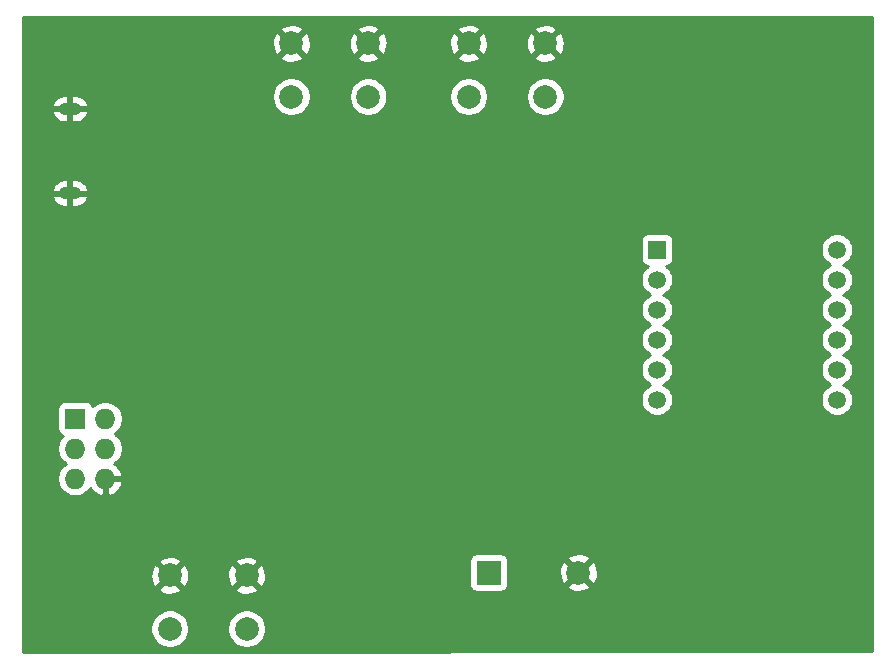
<source format=gbr>
G04 #@! TF.GenerationSoftware,KiCad,Pcbnew,(5.1.5)-3*
G04 #@! TF.CreationDate,2020-08-03T22:27:43-04:00*
G04 #@! TF.ProjectId,Kitchen Timer,4b697463-6865-46e2-9054-696d65722e6b,rev?*
G04 #@! TF.SameCoordinates,Original*
G04 #@! TF.FileFunction,Copper,L2,Bot*
G04 #@! TF.FilePolarity,Positive*
%FSLAX46Y46*%
G04 Gerber Fmt 4.6, Leading zero omitted, Abs format (unit mm)*
G04 Created by KiCad (PCBNEW (5.1.5)-3) date 2020-08-03 22:27:43*
%MOMM*%
%LPD*%
G04 APERTURE LIST*
%ADD10C,2.000000*%
%ADD11R,2.000000X2.000000*%
%ADD12O,1.900000X1.050000*%
%ADD13R,1.727200X1.727200*%
%ADD14O,1.727200X1.727200*%
%ADD15R,1.500000X1.500000*%
%ADD16C,1.500000*%
%ADD17C,0.800000*%
%ADD18C,0.254000*%
G04 APERTURE END LIST*
D10*
X132500000Y-105750000D03*
D11*
X124900000Y-105750000D03*
D12*
X89450000Y-66475000D03*
X89450000Y-73625000D03*
D13*
X89890000Y-92720000D03*
D14*
X92430000Y-92720000D03*
X89890000Y-95260000D03*
X92430000Y-95260000D03*
X89890000Y-97800000D03*
X92430000Y-97800000D03*
D10*
X97900000Y-110500000D03*
X97900000Y-106000000D03*
X104400000Y-110500000D03*
X104400000Y-106000000D03*
X123200000Y-65450000D03*
X123200000Y-60950000D03*
X129700000Y-65450000D03*
X129700000Y-60950000D03*
X114700000Y-60950000D03*
X114700000Y-65450000D03*
X108200000Y-60950000D03*
X108200000Y-65450000D03*
D15*
X139150000Y-78400000D03*
D16*
X139150000Y-80940000D03*
X139150000Y-83480000D03*
X139150000Y-86020000D03*
X139150000Y-88560000D03*
X139150000Y-91100000D03*
X154390000Y-91100000D03*
X154390000Y-88560000D03*
X154390000Y-86020000D03*
X154390000Y-83480000D03*
X154390000Y-80940000D03*
X154390000Y-78400000D03*
D17*
X110700000Y-87650000D03*
X116600000Y-87350000D03*
X108050000Y-82550000D03*
X109100000Y-79050000D03*
X116700000Y-79400000D03*
X114850000Y-79100000D03*
D18*
G36*
X157340000Y-112390452D02*
G01*
X85460000Y-112439550D01*
X85460000Y-110338967D01*
X96265000Y-110338967D01*
X96265000Y-110661033D01*
X96327832Y-110976912D01*
X96451082Y-111274463D01*
X96630013Y-111542252D01*
X96857748Y-111769987D01*
X97125537Y-111948918D01*
X97423088Y-112072168D01*
X97738967Y-112135000D01*
X98061033Y-112135000D01*
X98376912Y-112072168D01*
X98674463Y-111948918D01*
X98942252Y-111769987D01*
X99169987Y-111542252D01*
X99348918Y-111274463D01*
X99472168Y-110976912D01*
X99535000Y-110661033D01*
X99535000Y-110338967D01*
X102765000Y-110338967D01*
X102765000Y-110661033D01*
X102827832Y-110976912D01*
X102951082Y-111274463D01*
X103130013Y-111542252D01*
X103357748Y-111769987D01*
X103625537Y-111948918D01*
X103923088Y-112072168D01*
X104238967Y-112135000D01*
X104561033Y-112135000D01*
X104876912Y-112072168D01*
X105174463Y-111948918D01*
X105442252Y-111769987D01*
X105669987Y-111542252D01*
X105848918Y-111274463D01*
X105972168Y-110976912D01*
X106035000Y-110661033D01*
X106035000Y-110338967D01*
X105972168Y-110023088D01*
X105848918Y-109725537D01*
X105669987Y-109457748D01*
X105442252Y-109230013D01*
X105174463Y-109051082D01*
X104876912Y-108927832D01*
X104561033Y-108865000D01*
X104238967Y-108865000D01*
X103923088Y-108927832D01*
X103625537Y-109051082D01*
X103357748Y-109230013D01*
X103130013Y-109457748D01*
X102951082Y-109725537D01*
X102827832Y-110023088D01*
X102765000Y-110338967D01*
X99535000Y-110338967D01*
X99472168Y-110023088D01*
X99348918Y-109725537D01*
X99169987Y-109457748D01*
X98942252Y-109230013D01*
X98674463Y-109051082D01*
X98376912Y-108927832D01*
X98061033Y-108865000D01*
X97738967Y-108865000D01*
X97423088Y-108927832D01*
X97125537Y-109051082D01*
X96857748Y-109230013D01*
X96630013Y-109457748D01*
X96451082Y-109725537D01*
X96327832Y-110023088D01*
X96265000Y-110338967D01*
X85460000Y-110338967D01*
X85460000Y-107135413D01*
X96944192Y-107135413D01*
X97039956Y-107399814D01*
X97329571Y-107540704D01*
X97641108Y-107622384D01*
X97962595Y-107641718D01*
X98281675Y-107597961D01*
X98586088Y-107492795D01*
X98760044Y-107399814D01*
X98855808Y-107135413D01*
X103444192Y-107135413D01*
X103539956Y-107399814D01*
X103829571Y-107540704D01*
X104141108Y-107622384D01*
X104462595Y-107641718D01*
X104781675Y-107597961D01*
X105086088Y-107492795D01*
X105260044Y-107399814D01*
X105355808Y-107135413D01*
X104400000Y-106179605D01*
X103444192Y-107135413D01*
X98855808Y-107135413D01*
X97900000Y-106179605D01*
X96944192Y-107135413D01*
X85460000Y-107135413D01*
X85460000Y-106062595D01*
X96258282Y-106062595D01*
X96302039Y-106381675D01*
X96407205Y-106686088D01*
X96500186Y-106860044D01*
X96764587Y-106955808D01*
X97720395Y-106000000D01*
X98079605Y-106000000D01*
X99035413Y-106955808D01*
X99299814Y-106860044D01*
X99440704Y-106570429D01*
X99522384Y-106258892D01*
X99534189Y-106062595D01*
X102758282Y-106062595D01*
X102802039Y-106381675D01*
X102907205Y-106686088D01*
X103000186Y-106860044D01*
X103264587Y-106955808D01*
X104220395Y-106000000D01*
X104579605Y-106000000D01*
X105535413Y-106955808D01*
X105799814Y-106860044D01*
X105940704Y-106570429D01*
X106022384Y-106258892D01*
X106041718Y-105937405D01*
X105997961Y-105618325D01*
X105892795Y-105313912D01*
X105799814Y-105139956D01*
X105535413Y-105044192D01*
X104579605Y-106000000D01*
X104220395Y-106000000D01*
X103264587Y-105044192D01*
X103000186Y-105139956D01*
X102859296Y-105429571D01*
X102777616Y-105741108D01*
X102758282Y-106062595D01*
X99534189Y-106062595D01*
X99541718Y-105937405D01*
X99497961Y-105618325D01*
X99392795Y-105313912D01*
X99299814Y-105139956D01*
X99035413Y-105044192D01*
X98079605Y-106000000D01*
X97720395Y-106000000D01*
X96764587Y-105044192D01*
X96500186Y-105139956D01*
X96359296Y-105429571D01*
X96277616Y-105741108D01*
X96258282Y-106062595D01*
X85460000Y-106062595D01*
X85460000Y-104864587D01*
X96944192Y-104864587D01*
X97900000Y-105820395D01*
X98855808Y-104864587D01*
X103444192Y-104864587D01*
X104400000Y-105820395D01*
X105355808Y-104864587D01*
X105314306Y-104750000D01*
X123261928Y-104750000D01*
X123261928Y-106750000D01*
X123274188Y-106874482D01*
X123310498Y-106994180D01*
X123369463Y-107104494D01*
X123448815Y-107201185D01*
X123545506Y-107280537D01*
X123655820Y-107339502D01*
X123775518Y-107375812D01*
X123900000Y-107388072D01*
X125900000Y-107388072D01*
X126024482Y-107375812D01*
X126144180Y-107339502D01*
X126254494Y-107280537D01*
X126351185Y-107201185D01*
X126430537Y-107104494D01*
X126489502Y-106994180D01*
X126522496Y-106885413D01*
X131544192Y-106885413D01*
X131639956Y-107149814D01*
X131929571Y-107290704D01*
X132241108Y-107372384D01*
X132562595Y-107391718D01*
X132881675Y-107347961D01*
X133186088Y-107242795D01*
X133360044Y-107149814D01*
X133455808Y-106885413D01*
X132500000Y-105929605D01*
X131544192Y-106885413D01*
X126522496Y-106885413D01*
X126525812Y-106874482D01*
X126538072Y-106750000D01*
X126538072Y-105812595D01*
X130858282Y-105812595D01*
X130902039Y-106131675D01*
X131007205Y-106436088D01*
X131100186Y-106610044D01*
X131364587Y-106705808D01*
X132320395Y-105750000D01*
X132679605Y-105750000D01*
X133635413Y-106705808D01*
X133899814Y-106610044D01*
X134040704Y-106320429D01*
X134122384Y-106008892D01*
X134141718Y-105687405D01*
X134097961Y-105368325D01*
X133992795Y-105063912D01*
X133899814Y-104889956D01*
X133635413Y-104794192D01*
X132679605Y-105750000D01*
X132320395Y-105750000D01*
X131364587Y-104794192D01*
X131100186Y-104889956D01*
X130959296Y-105179571D01*
X130877616Y-105491108D01*
X130858282Y-105812595D01*
X126538072Y-105812595D01*
X126538072Y-104750000D01*
X126525812Y-104625518D01*
X126522497Y-104614587D01*
X131544192Y-104614587D01*
X132500000Y-105570395D01*
X133455808Y-104614587D01*
X133360044Y-104350186D01*
X133070429Y-104209296D01*
X132758892Y-104127616D01*
X132437405Y-104108282D01*
X132118325Y-104152039D01*
X131813912Y-104257205D01*
X131639956Y-104350186D01*
X131544192Y-104614587D01*
X126522497Y-104614587D01*
X126489502Y-104505820D01*
X126430537Y-104395506D01*
X126351185Y-104298815D01*
X126254494Y-104219463D01*
X126144180Y-104160498D01*
X126024482Y-104124188D01*
X125900000Y-104111928D01*
X123900000Y-104111928D01*
X123775518Y-104124188D01*
X123655820Y-104160498D01*
X123545506Y-104219463D01*
X123448815Y-104298815D01*
X123369463Y-104395506D01*
X123310498Y-104505820D01*
X123274188Y-104625518D01*
X123261928Y-104750000D01*
X105314306Y-104750000D01*
X105260044Y-104600186D01*
X104970429Y-104459296D01*
X104658892Y-104377616D01*
X104337405Y-104358282D01*
X104018325Y-104402039D01*
X103713912Y-104507205D01*
X103539956Y-104600186D01*
X103444192Y-104864587D01*
X98855808Y-104864587D01*
X98760044Y-104600186D01*
X98470429Y-104459296D01*
X98158892Y-104377616D01*
X97837405Y-104358282D01*
X97518325Y-104402039D01*
X97213912Y-104507205D01*
X97039956Y-104600186D01*
X96944192Y-104864587D01*
X85460000Y-104864587D01*
X85460000Y-91856400D01*
X88388328Y-91856400D01*
X88388328Y-93583600D01*
X88400588Y-93708082D01*
X88436898Y-93827780D01*
X88495863Y-93938094D01*
X88575215Y-94034785D01*
X88671906Y-94114137D01*
X88782220Y-94173102D01*
X88840023Y-94190636D01*
X88725961Y-94304698D01*
X88561958Y-94550147D01*
X88448990Y-94822875D01*
X88391400Y-95112401D01*
X88391400Y-95407599D01*
X88448990Y-95697125D01*
X88561958Y-95969853D01*
X88725961Y-96215302D01*
X88934698Y-96424039D01*
X89093281Y-96530000D01*
X88934698Y-96635961D01*
X88725961Y-96844698D01*
X88561958Y-97090147D01*
X88448990Y-97362875D01*
X88391400Y-97652401D01*
X88391400Y-97947599D01*
X88448990Y-98237125D01*
X88561958Y-98509853D01*
X88725961Y-98755302D01*
X88934698Y-98964039D01*
X89180147Y-99128042D01*
X89452875Y-99241010D01*
X89742401Y-99298600D01*
X90037599Y-99298600D01*
X90327125Y-99241010D01*
X90599853Y-99128042D01*
X90845302Y-98964039D01*
X91054039Y-98755302D01*
X91161692Y-98594187D01*
X91323146Y-98810293D01*
X91541512Y-99006817D01*
X91794022Y-99156964D01*
X92070973Y-99254963D01*
X92303000Y-99134464D01*
X92303000Y-97927000D01*
X92557000Y-97927000D01*
X92557000Y-99134464D01*
X92789027Y-99254963D01*
X93065978Y-99156964D01*
X93318488Y-99006817D01*
X93536854Y-98810293D01*
X93712684Y-98574944D01*
X93839222Y-98309814D01*
X93884958Y-98159026D01*
X93763817Y-97927000D01*
X92557000Y-97927000D01*
X92303000Y-97927000D01*
X92283000Y-97927000D01*
X92283000Y-97673000D01*
X92303000Y-97673000D01*
X92303000Y-97653000D01*
X92557000Y-97653000D01*
X92557000Y-97673000D01*
X93763817Y-97673000D01*
X93884958Y-97440974D01*
X93839222Y-97290186D01*
X93712684Y-97025056D01*
X93536854Y-96789707D01*
X93318488Y-96593183D01*
X93219897Y-96534559D01*
X93385302Y-96424039D01*
X93594039Y-96215302D01*
X93758042Y-95969853D01*
X93871010Y-95697125D01*
X93928600Y-95407599D01*
X93928600Y-95112401D01*
X93871010Y-94822875D01*
X93758042Y-94550147D01*
X93594039Y-94304698D01*
X93385302Y-94095961D01*
X93226719Y-93990000D01*
X93385302Y-93884039D01*
X93594039Y-93675302D01*
X93758042Y-93429853D01*
X93871010Y-93157125D01*
X93928600Y-92867599D01*
X93928600Y-92572401D01*
X93871010Y-92282875D01*
X93758042Y-92010147D01*
X93594039Y-91764698D01*
X93385302Y-91555961D01*
X93139853Y-91391958D01*
X92867125Y-91278990D01*
X92577599Y-91221400D01*
X92282401Y-91221400D01*
X91992875Y-91278990D01*
X91720147Y-91391958D01*
X91474698Y-91555961D01*
X91360636Y-91670023D01*
X91343102Y-91612220D01*
X91284137Y-91501906D01*
X91204785Y-91405215D01*
X91108094Y-91325863D01*
X90997780Y-91266898D01*
X90878082Y-91230588D01*
X90753600Y-91218328D01*
X89026400Y-91218328D01*
X88901918Y-91230588D01*
X88782220Y-91266898D01*
X88671906Y-91325863D01*
X88575215Y-91405215D01*
X88495863Y-91501906D01*
X88436898Y-91612220D01*
X88400588Y-91731918D01*
X88388328Y-91856400D01*
X85460000Y-91856400D01*
X85460000Y-77650000D01*
X137761928Y-77650000D01*
X137761928Y-79150000D01*
X137774188Y-79274482D01*
X137810498Y-79394180D01*
X137869463Y-79504494D01*
X137948815Y-79601185D01*
X138045506Y-79680537D01*
X138155820Y-79739502D01*
X138275518Y-79775812D01*
X138383483Y-79786445D01*
X138267114Y-79864201D01*
X138074201Y-80057114D01*
X137922629Y-80283957D01*
X137818225Y-80536011D01*
X137765000Y-80803589D01*
X137765000Y-81076411D01*
X137818225Y-81343989D01*
X137922629Y-81596043D01*
X138074201Y-81822886D01*
X138267114Y-82015799D01*
X138493957Y-82167371D01*
X138596873Y-82210000D01*
X138493957Y-82252629D01*
X138267114Y-82404201D01*
X138074201Y-82597114D01*
X137922629Y-82823957D01*
X137818225Y-83076011D01*
X137765000Y-83343589D01*
X137765000Y-83616411D01*
X137818225Y-83883989D01*
X137922629Y-84136043D01*
X138074201Y-84362886D01*
X138267114Y-84555799D01*
X138493957Y-84707371D01*
X138596873Y-84750000D01*
X138493957Y-84792629D01*
X138267114Y-84944201D01*
X138074201Y-85137114D01*
X137922629Y-85363957D01*
X137818225Y-85616011D01*
X137765000Y-85883589D01*
X137765000Y-86156411D01*
X137818225Y-86423989D01*
X137922629Y-86676043D01*
X138074201Y-86902886D01*
X138267114Y-87095799D01*
X138493957Y-87247371D01*
X138596873Y-87290000D01*
X138493957Y-87332629D01*
X138267114Y-87484201D01*
X138074201Y-87677114D01*
X137922629Y-87903957D01*
X137818225Y-88156011D01*
X137765000Y-88423589D01*
X137765000Y-88696411D01*
X137818225Y-88963989D01*
X137922629Y-89216043D01*
X138074201Y-89442886D01*
X138267114Y-89635799D01*
X138493957Y-89787371D01*
X138596873Y-89830000D01*
X138493957Y-89872629D01*
X138267114Y-90024201D01*
X138074201Y-90217114D01*
X137922629Y-90443957D01*
X137818225Y-90696011D01*
X137765000Y-90963589D01*
X137765000Y-91236411D01*
X137818225Y-91503989D01*
X137922629Y-91756043D01*
X138074201Y-91982886D01*
X138267114Y-92175799D01*
X138493957Y-92327371D01*
X138746011Y-92431775D01*
X139013589Y-92485000D01*
X139286411Y-92485000D01*
X139553989Y-92431775D01*
X139806043Y-92327371D01*
X140032886Y-92175799D01*
X140225799Y-91982886D01*
X140377371Y-91756043D01*
X140481775Y-91503989D01*
X140535000Y-91236411D01*
X140535000Y-90963589D01*
X140481775Y-90696011D01*
X140377371Y-90443957D01*
X140225799Y-90217114D01*
X140032886Y-90024201D01*
X139806043Y-89872629D01*
X139703127Y-89830000D01*
X139806043Y-89787371D01*
X140032886Y-89635799D01*
X140225799Y-89442886D01*
X140377371Y-89216043D01*
X140481775Y-88963989D01*
X140535000Y-88696411D01*
X140535000Y-88423589D01*
X140481775Y-88156011D01*
X140377371Y-87903957D01*
X140225799Y-87677114D01*
X140032886Y-87484201D01*
X139806043Y-87332629D01*
X139703127Y-87290000D01*
X139806043Y-87247371D01*
X140032886Y-87095799D01*
X140225799Y-86902886D01*
X140377371Y-86676043D01*
X140481775Y-86423989D01*
X140535000Y-86156411D01*
X140535000Y-85883589D01*
X140481775Y-85616011D01*
X140377371Y-85363957D01*
X140225799Y-85137114D01*
X140032886Y-84944201D01*
X139806043Y-84792629D01*
X139703127Y-84750000D01*
X139806043Y-84707371D01*
X140032886Y-84555799D01*
X140225799Y-84362886D01*
X140377371Y-84136043D01*
X140481775Y-83883989D01*
X140535000Y-83616411D01*
X140535000Y-83343589D01*
X140481775Y-83076011D01*
X140377371Y-82823957D01*
X140225799Y-82597114D01*
X140032886Y-82404201D01*
X139806043Y-82252629D01*
X139703127Y-82210000D01*
X139806043Y-82167371D01*
X140032886Y-82015799D01*
X140225799Y-81822886D01*
X140377371Y-81596043D01*
X140481775Y-81343989D01*
X140535000Y-81076411D01*
X140535000Y-80803589D01*
X140481775Y-80536011D01*
X140377371Y-80283957D01*
X140225799Y-80057114D01*
X140032886Y-79864201D01*
X139916517Y-79786445D01*
X140024482Y-79775812D01*
X140144180Y-79739502D01*
X140254494Y-79680537D01*
X140351185Y-79601185D01*
X140430537Y-79504494D01*
X140489502Y-79394180D01*
X140525812Y-79274482D01*
X140538072Y-79150000D01*
X140538072Y-78263589D01*
X153005000Y-78263589D01*
X153005000Y-78536411D01*
X153058225Y-78803989D01*
X153162629Y-79056043D01*
X153314201Y-79282886D01*
X153507114Y-79475799D01*
X153733957Y-79627371D01*
X153836873Y-79670000D01*
X153733957Y-79712629D01*
X153507114Y-79864201D01*
X153314201Y-80057114D01*
X153162629Y-80283957D01*
X153058225Y-80536011D01*
X153005000Y-80803589D01*
X153005000Y-81076411D01*
X153058225Y-81343989D01*
X153162629Y-81596043D01*
X153314201Y-81822886D01*
X153507114Y-82015799D01*
X153733957Y-82167371D01*
X153836873Y-82210000D01*
X153733957Y-82252629D01*
X153507114Y-82404201D01*
X153314201Y-82597114D01*
X153162629Y-82823957D01*
X153058225Y-83076011D01*
X153005000Y-83343589D01*
X153005000Y-83616411D01*
X153058225Y-83883989D01*
X153162629Y-84136043D01*
X153314201Y-84362886D01*
X153507114Y-84555799D01*
X153733957Y-84707371D01*
X153836873Y-84750000D01*
X153733957Y-84792629D01*
X153507114Y-84944201D01*
X153314201Y-85137114D01*
X153162629Y-85363957D01*
X153058225Y-85616011D01*
X153005000Y-85883589D01*
X153005000Y-86156411D01*
X153058225Y-86423989D01*
X153162629Y-86676043D01*
X153314201Y-86902886D01*
X153507114Y-87095799D01*
X153733957Y-87247371D01*
X153836873Y-87290000D01*
X153733957Y-87332629D01*
X153507114Y-87484201D01*
X153314201Y-87677114D01*
X153162629Y-87903957D01*
X153058225Y-88156011D01*
X153005000Y-88423589D01*
X153005000Y-88696411D01*
X153058225Y-88963989D01*
X153162629Y-89216043D01*
X153314201Y-89442886D01*
X153507114Y-89635799D01*
X153733957Y-89787371D01*
X153836873Y-89830000D01*
X153733957Y-89872629D01*
X153507114Y-90024201D01*
X153314201Y-90217114D01*
X153162629Y-90443957D01*
X153058225Y-90696011D01*
X153005000Y-90963589D01*
X153005000Y-91236411D01*
X153058225Y-91503989D01*
X153162629Y-91756043D01*
X153314201Y-91982886D01*
X153507114Y-92175799D01*
X153733957Y-92327371D01*
X153986011Y-92431775D01*
X154253589Y-92485000D01*
X154526411Y-92485000D01*
X154793989Y-92431775D01*
X155046043Y-92327371D01*
X155272886Y-92175799D01*
X155465799Y-91982886D01*
X155617371Y-91756043D01*
X155721775Y-91503989D01*
X155775000Y-91236411D01*
X155775000Y-90963589D01*
X155721775Y-90696011D01*
X155617371Y-90443957D01*
X155465799Y-90217114D01*
X155272886Y-90024201D01*
X155046043Y-89872629D01*
X154943127Y-89830000D01*
X155046043Y-89787371D01*
X155272886Y-89635799D01*
X155465799Y-89442886D01*
X155617371Y-89216043D01*
X155721775Y-88963989D01*
X155775000Y-88696411D01*
X155775000Y-88423589D01*
X155721775Y-88156011D01*
X155617371Y-87903957D01*
X155465799Y-87677114D01*
X155272886Y-87484201D01*
X155046043Y-87332629D01*
X154943127Y-87290000D01*
X155046043Y-87247371D01*
X155272886Y-87095799D01*
X155465799Y-86902886D01*
X155617371Y-86676043D01*
X155721775Y-86423989D01*
X155775000Y-86156411D01*
X155775000Y-85883589D01*
X155721775Y-85616011D01*
X155617371Y-85363957D01*
X155465799Y-85137114D01*
X155272886Y-84944201D01*
X155046043Y-84792629D01*
X154943127Y-84750000D01*
X155046043Y-84707371D01*
X155272886Y-84555799D01*
X155465799Y-84362886D01*
X155617371Y-84136043D01*
X155721775Y-83883989D01*
X155775000Y-83616411D01*
X155775000Y-83343589D01*
X155721775Y-83076011D01*
X155617371Y-82823957D01*
X155465799Y-82597114D01*
X155272886Y-82404201D01*
X155046043Y-82252629D01*
X154943127Y-82210000D01*
X155046043Y-82167371D01*
X155272886Y-82015799D01*
X155465799Y-81822886D01*
X155617371Y-81596043D01*
X155721775Y-81343989D01*
X155775000Y-81076411D01*
X155775000Y-80803589D01*
X155721775Y-80536011D01*
X155617371Y-80283957D01*
X155465799Y-80057114D01*
X155272886Y-79864201D01*
X155046043Y-79712629D01*
X154943127Y-79670000D01*
X155046043Y-79627371D01*
X155272886Y-79475799D01*
X155465799Y-79282886D01*
X155617371Y-79056043D01*
X155721775Y-78803989D01*
X155775000Y-78536411D01*
X155775000Y-78263589D01*
X155721775Y-77996011D01*
X155617371Y-77743957D01*
X155465799Y-77517114D01*
X155272886Y-77324201D01*
X155046043Y-77172629D01*
X154793989Y-77068225D01*
X154526411Y-77015000D01*
X154253589Y-77015000D01*
X153986011Y-77068225D01*
X153733957Y-77172629D01*
X153507114Y-77324201D01*
X153314201Y-77517114D01*
X153162629Y-77743957D01*
X153058225Y-77996011D01*
X153005000Y-78263589D01*
X140538072Y-78263589D01*
X140538072Y-77650000D01*
X140525812Y-77525518D01*
X140489502Y-77405820D01*
X140430537Y-77295506D01*
X140351185Y-77198815D01*
X140254494Y-77119463D01*
X140144180Y-77060498D01*
X140024482Y-77024188D01*
X139900000Y-77011928D01*
X138400000Y-77011928D01*
X138275518Y-77024188D01*
X138155820Y-77060498D01*
X138045506Y-77119463D01*
X137948815Y-77198815D01*
X137869463Y-77295506D01*
X137810498Y-77405820D01*
X137774188Y-77525518D01*
X137761928Y-77650000D01*
X85460000Y-77650000D01*
X85460000Y-73930810D01*
X87906036Y-73930810D01*
X87989937Y-74163864D01*
X88114953Y-74355441D01*
X88274941Y-74518947D01*
X88463754Y-74648099D01*
X88674135Y-74737934D01*
X88898000Y-74785000D01*
X89323000Y-74785000D01*
X89323000Y-73752000D01*
X89577000Y-73752000D01*
X89577000Y-74785000D01*
X90002000Y-74785000D01*
X90225865Y-74737934D01*
X90436246Y-74648099D01*
X90625059Y-74518947D01*
X90785047Y-74355441D01*
X90910063Y-74163864D01*
X90993964Y-73930810D01*
X90868163Y-73752000D01*
X89577000Y-73752000D01*
X89323000Y-73752000D01*
X88031837Y-73752000D01*
X87906036Y-73930810D01*
X85460000Y-73930810D01*
X85460000Y-73319190D01*
X87906036Y-73319190D01*
X88031837Y-73498000D01*
X89323000Y-73498000D01*
X89323000Y-72465000D01*
X89577000Y-72465000D01*
X89577000Y-73498000D01*
X90868163Y-73498000D01*
X90993964Y-73319190D01*
X90910063Y-73086136D01*
X90785047Y-72894559D01*
X90625059Y-72731053D01*
X90436246Y-72601901D01*
X90225865Y-72512066D01*
X90002000Y-72465000D01*
X89577000Y-72465000D01*
X89323000Y-72465000D01*
X88898000Y-72465000D01*
X88674135Y-72512066D01*
X88463754Y-72601901D01*
X88274941Y-72731053D01*
X88114953Y-72894559D01*
X87989937Y-73086136D01*
X87906036Y-73319190D01*
X85460000Y-73319190D01*
X85460000Y-66780810D01*
X87906036Y-66780810D01*
X87989937Y-67013864D01*
X88114953Y-67205441D01*
X88274941Y-67368947D01*
X88463754Y-67498099D01*
X88674135Y-67587934D01*
X88898000Y-67635000D01*
X89323000Y-67635000D01*
X89323000Y-66602000D01*
X89577000Y-66602000D01*
X89577000Y-67635000D01*
X90002000Y-67635000D01*
X90225865Y-67587934D01*
X90436246Y-67498099D01*
X90625059Y-67368947D01*
X90785047Y-67205441D01*
X90910063Y-67013864D01*
X90993964Y-66780810D01*
X90868163Y-66602000D01*
X89577000Y-66602000D01*
X89323000Y-66602000D01*
X88031837Y-66602000D01*
X87906036Y-66780810D01*
X85460000Y-66780810D01*
X85460000Y-66169190D01*
X87906036Y-66169190D01*
X88031837Y-66348000D01*
X89323000Y-66348000D01*
X89323000Y-65315000D01*
X89577000Y-65315000D01*
X89577000Y-66348000D01*
X90868163Y-66348000D01*
X90993964Y-66169190D01*
X90910063Y-65936136D01*
X90785047Y-65744559D01*
X90625059Y-65581053D01*
X90436246Y-65451901D01*
X90225865Y-65362066D01*
X90002000Y-65315000D01*
X89577000Y-65315000D01*
X89323000Y-65315000D01*
X88898000Y-65315000D01*
X88674135Y-65362066D01*
X88463754Y-65451901D01*
X88274941Y-65581053D01*
X88114953Y-65744559D01*
X87989937Y-65936136D01*
X87906036Y-66169190D01*
X85460000Y-66169190D01*
X85460000Y-65288967D01*
X106565000Y-65288967D01*
X106565000Y-65611033D01*
X106627832Y-65926912D01*
X106751082Y-66224463D01*
X106930013Y-66492252D01*
X107157748Y-66719987D01*
X107425537Y-66898918D01*
X107723088Y-67022168D01*
X108038967Y-67085000D01*
X108361033Y-67085000D01*
X108676912Y-67022168D01*
X108974463Y-66898918D01*
X109242252Y-66719987D01*
X109469987Y-66492252D01*
X109648918Y-66224463D01*
X109772168Y-65926912D01*
X109835000Y-65611033D01*
X109835000Y-65288967D01*
X113065000Y-65288967D01*
X113065000Y-65611033D01*
X113127832Y-65926912D01*
X113251082Y-66224463D01*
X113430013Y-66492252D01*
X113657748Y-66719987D01*
X113925537Y-66898918D01*
X114223088Y-67022168D01*
X114538967Y-67085000D01*
X114861033Y-67085000D01*
X115176912Y-67022168D01*
X115474463Y-66898918D01*
X115742252Y-66719987D01*
X115969987Y-66492252D01*
X116148918Y-66224463D01*
X116272168Y-65926912D01*
X116335000Y-65611033D01*
X116335000Y-65288967D01*
X121565000Y-65288967D01*
X121565000Y-65611033D01*
X121627832Y-65926912D01*
X121751082Y-66224463D01*
X121930013Y-66492252D01*
X122157748Y-66719987D01*
X122425537Y-66898918D01*
X122723088Y-67022168D01*
X123038967Y-67085000D01*
X123361033Y-67085000D01*
X123676912Y-67022168D01*
X123974463Y-66898918D01*
X124242252Y-66719987D01*
X124469987Y-66492252D01*
X124648918Y-66224463D01*
X124772168Y-65926912D01*
X124835000Y-65611033D01*
X124835000Y-65288967D01*
X128065000Y-65288967D01*
X128065000Y-65611033D01*
X128127832Y-65926912D01*
X128251082Y-66224463D01*
X128430013Y-66492252D01*
X128657748Y-66719987D01*
X128925537Y-66898918D01*
X129223088Y-67022168D01*
X129538967Y-67085000D01*
X129861033Y-67085000D01*
X130176912Y-67022168D01*
X130474463Y-66898918D01*
X130742252Y-66719987D01*
X130969987Y-66492252D01*
X131148918Y-66224463D01*
X131272168Y-65926912D01*
X131335000Y-65611033D01*
X131335000Y-65288967D01*
X131272168Y-64973088D01*
X131148918Y-64675537D01*
X130969987Y-64407748D01*
X130742252Y-64180013D01*
X130474463Y-64001082D01*
X130176912Y-63877832D01*
X129861033Y-63815000D01*
X129538967Y-63815000D01*
X129223088Y-63877832D01*
X128925537Y-64001082D01*
X128657748Y-64180013D01*
X128430013Y-64407748D01*
X128251082Y-64675537D01*
X128127832Y-64973088D01*
X128065000Y-65288967D01*
X124835000Y-65288967D01*
X124772168Y-64973088D01*
X124648918Y-64675537D01*
X124469987Y-64407748D01*
X124242252Y-64180013D01*
X123974463Y-64001082D01*
X123676912Y-63877832D01*
X123361033Y-63815000D01*
X123038967Y-63815000D01*
X122723088Y-63877832D01*
X122425537Y-64001082D01*
X122157748Y-64180013D01*
X121930013Y-64407748D01*
X121751082Y-64675537D01*
X121627832Y-64973088D01*
X121565000Y-65288967D01*
X116335000Y-65288967D01*
X116272168Y-64973088D01*
X116148918Y-64675537D01*
X115969987Y-64407748D01*
X115742252Y-64180013D01*
X115474463Y-64001082D01*
X115176912Y-63877832D01*
X114861033Y-63815000D01*
X114538967Y-63815000D01*
X114223088Y-63877832D01*
X113925537Y-64001082D01*
X113657748Y-64180013D01*
X113430013Y-64407748D01*
X113251082Y-64675537D01*
X113127832Y-64973088D01*
X113065000Y-65288967D01*
X109835000Y-65288967D01*
X109772168Y-64973088D01*
X109648918Y-64675537D01*
X109469987Y-64407748D01*
X109242252Y-64180013D01*
X108974463Y-64001082D01*
X108676912Y-63877832D01*
X108361033Y-63815000D01*
X108038967Y-63815000D01*
X107723088Y-63877832D01*
X107425537Y-64001082D01*
X107157748Y-64180013D01*
X106930013Y-64407748D01*
X106751082Y-64675537D01*
X106627832Y-64973088D01*
X106565000Y-65288967D01*
X85460000Y-65288967D01*
X85460000Y-62085413D01*
X107244192Y-62085413D01*
X107339956Y-62349814D01*
X107629571Y-62490704D01*
X107941108Y-62572384D01*
X108262595Y-62591718D01*
X108581675Y-62547961D01*
X108886088Y-62442795D01*
X109060044Y-62349814D01*
X109155808Y-62085413D01*
X113744192Y-62085413D01*
X113839956Y-62349814D01*
X114129571Y-62490704D01*
X114441108Y-62572384D01*
X114762595Y-62591718D01*
X115081675Y-62547961D01*
X115386088Y-62442795D01*
X115560044Y-62349814D01*
X115655808Y-62085413D01*
X122244192Y-62085413D01*
X122339956Y-62349814D01*
X122629571Y-62490704D01*
X122941108Y-62572384D01*
X123262595Y-62591718D01*
X123581675Y-62547961D01*
X123886088Y-62442795D01*
X124060044Y-62349814D01*
X124155808Y-62085413D01*
X128744192Y-62085413D01*
X128839956Y-62349814D01*
X129129571Y-62490704D01*
X129441108Y-62572384D01*
X129762595Y-62591718D01*
X130081675Y-62547961D01*
X130386088Y-62442795D01*
X130560044Y-62349814D01*
X130655808Y-62085413D01*
X129700000Y-61129605D01*
X128744192Y-62085413D01*
X124155808Y-62085413D01*
X123200000Y-61129605D01*
X122244192Y-62085413D01*
X115655808Y-62085413D01*
X114700000Y-61129605D01*
X113744192Y-62085413D01*
X109155808Y-62085413D01*
X108200000Y-61129605D01*
X107244192Y-62085413D01*
X85460000Y-62085413D01*
X85460000Y-61012595D01*
X106558282Y-61012595D01*
X106602039Y-61331675D01*
X106707205Y-61636088D01*
X106800186Y-61810044D01*
X107064587Y-61905808D01*
X108020395Y-60950000D01*
X108379605Y-60950000D01*
X109335413Y-61905808D01*
X109599814Y-61810044D01*
X109740704Y-61520429D01*
X109822384Y-61208892D01*
X109834189Y-61012595D01*
X113058282Y-61012595D01*
X113102039Y-61331675D01*
X113207205Y-61636088D01*
X113300186Y-61810044D01*
X113564587Y-61905808D01*
X114520395Y-60950000D01*
X114879605Y-60950000D01*
X115835413Y-61905808D01*
X116099814Y-61810044D01*
X116240704Y-61520429D01*
X116322384Y-61208892D01*
X116334189Y-61012595D01*
X121558282Y-61012595D01*
X121602039Y-61331675D01*
X121707205Y-61636088D01*
X121800186Y-61810044D01*
X122064587Y-61905808D01*
X123020395Y-60950000D01*
X123379605Y-60950000D01*
X124335413Y-61905808D01*
X124599814Y-61810044D01*
X124740704Y-61520429D01*
X124822384Y-61208892D01*
X124834189Y-61012595D01*
X128058282Y-61012595D01*
X128102039Y-61331675D01*
X128207205Y-61636088D01*
X128300186Y-61810044D01*
X128564587Y-61905808D01*
X129520395Y-60950000D01*
X129879605Y-60950000D01*
X130835413Y-61905808D01*
X131099814Y-61810044D01*
X131240704Y-61520429D01*
X131322384Y-61208892D01*
X131341718Y-60887405D01*
X131297961Y-60568325D01*
X131192795Y-60263912D01*
X131099814Y-60089956D01*
X130835413Y-59994192D01*
X129879605Y-60950000D01*
X129520395Y-60950000D01*
X128564587Y-59994192D01*
X128300186Y-60089956D01*
X128159296Y-60379571D01*
X128077616Y-60691108D01*
X128058282Y-61012595D01*
X124834189Y-61012595D01*
X124841718Y-60887405D01*
X124797961Y-60568325D01*
X124692795Y-60263912D01*
X124599814Y-60089956D01*
X124335413Y-59994192D01*
X123379605Y-60950000D01*
X123020395Y-60950000D01*
X122064587Y-59994192D01*
X121800186Y-60089956D01*
X121659296Y-60379571D01*
X121577616Y-60691108D01*
X121558282Y-61012595D01*
X116334189Y-61012595D01*
X116341718Y-60887405D01*
X116297961Y-60568325D01*
X116192795Y-60263912D01*
X116099814Y-60089956D01*
X115835413Y-59994192D01*
X114879605Y-60950000D01*
X114520395Y-60950000D01*
X113564587Y-59994192D01*
X113300186Y-60089956D01*
X113159296Y-60379571D01*
X113077616Y-60691108D01*
X113058282Y-61012595D01*
X109834189Y-61012595D01*
X109841718Y-60887405D01*
X109797961Y-60568325D01*
X109692795Y-60263912D01*
X109599814Y-60089956D01*
X109335413Y-59994192D01*
X108379605Y-60950000D01*
X108020395Y-60950000D01*
X107064587Y-59994192D01*
X106800186Y-60089956D01*
X106659296Y-60379571D01*
X106577616Y-60691108D01*
X106558282Y-61012595D01*
X85460000Y-61012595D01*
X85460000Y-59814587D01*
X107244192Y-59814587D01*
X108200000Y-60770395D01*
X109155808Y-59814587D01*
X113744192Y-59814587D01*
X114700000Y-60770395D01*
X115655808Y-59814587D01*
X122244192Y-59814587D01*
X123200000Y-60770395D01*
X124155808Y-59814587D01*
X128744192Y-59814587D01*
X129700000Y-60770395D01*
X130655808Y-59814587D01*
X130560044Y-59550186D01*
X130270429Y-59409296D01*
X129958892Y-59327616D01*
X129637405Y-59308282D01*
X129318325Y-59352039D01*
X129013912Y-59457205D01*
X128839956Y-59550186D01*
X128744192Y-59814587D01*
X124155808Y-59814587D01*
X124060044Y-59550186D01*
X123770429Y-59409296D01*
X123458892Y-59327616D01*
X123137405Y-59308282D01*
X122818325Y-59352039D01*
X122513912Y-59457205D01*
X122339956Y-59550186D01*
X122244192Y-59814587D01*
X115655808Y-59814587D01*
X115560044Y-59550186D01*
X115270429Y-59409296D01*
X114958892Y-59327616D01*
X114637405Y-59308282D01*
X114318325Y-59352039D01*
X114013912Y-59457205D01*
X113839956Y-59550186D01*
X113744192Y-59814587D01*
X109155808Y-59814587D01*
X109060044Y-59550186D01*
X108770429Y-59409296D01*
X108458892Y-59327616D01*
X108137405Y-59308282D01*
X107818325Y-59352039D01*
X107513912Y-59457205D01*
X107339956Y-59550186D01*
X107244192Y-59814587D01*
X85460000Y-59814587D01*
X85460000Y-58710000D01*
X157340001Y-58710000D01*
X157340000Y-112390452D01*
G37*
X157340000Y-112390452D02*
X85460000Y-112439550D01*
X85460000Y-110338967D01*
X96265000Y-110338967D01*
X96265000Y-110661033D01*
X96327832Y-110976912D01*
X96451082Y-111274463D01*
X96630013Y-111542252D01*
X96857748Y-111769987D01*
X97125537Y-111948918D01*
X97423088Y-112072168D01*
X97738967Y-112135000D01*
X98061033Y-112135000D01*
X98376912Y-112072168D01*
X98674463Y-111948918D01*
X98942252Y-111769987D01*
X99169987Y-111542252D01*
X99348918Y-111274463D01*
X99472168Y-110976912D01*
X99535000Y-110661033D01*
X99535000Y-110338967D01*
X102765000Y-110338967D01*
X102765000Y-110661033D01*
X102827832Y-110976912D01*
X102951082Y-111274463D01*
X103130013Y-111542252D01*
X103357748Y-111769987D01*
X103625537Y-111948918D01*
X103923088Y-112072168D01*
X104238967Y-112135000D01*
X104561033Y-112135000D01*
X104876912Y-112072168D01*
X105174463Y-111948918D01*
X105442252Y-111769987D01*
X105669987Y-111542252D01*
X105848918Y-111274463D01*
X105972168Y-110976912D01*
X106035000Y-110661033D01*
X106035000Y-110338967D01*
X105972168Y-110023088D01*
X105848918Y-109725537D01*
X105669987Y-109457748D01*
X105442252Y-109230013D01*
X105174463Y-109051082D01*
X104876912Y-108927832D01*
X104561033Y-108865000D01*
X104238967Y-108865000D01*
X103923088Y-108927832D01*
X103625537Y-109051082D01*
X103357748Y-109230013D01*
X103130013Y-109457748D01*
X102951082Y-109725537D01*
X102827832Y-110023088D01*
X102765000Y-110338967D01*
X99535000Y-110338967D01*
X99472168Y-110023088D01*
X99348918Y-109725537D01*
X99169987Y-109457748D01*
X98942252Y-109230013D01*
X98674463Y-109051082D01*
X98376912Y-108927832D01*
X98061033Y-108865000D01*
X97738967Y-108865000D01*
X97423088Y-108927832D01*
X97125537Y-109051082D01*
X96857748Y-109230013D01*
X96630013Y-109457748D01*
X96451082Y-109725537D01*
X96327832Y-110023088D01*
X96265000Y-110338967D01*
X85460000Y-110338967D01*
X85460000Y-107135413D01*
X96944192Y-107135413D01*
X97039956Y-107399814D01*
X97329571Y-107540704D01*
X97641108Y-107622384D01*
X97962595Y-107641718D01*
X98281675Y-107597961D01*
X98586088Y-107492795D01*
X98760044Y-107399814D01*
X98855808Y-107135413D01*
X103444192Y-107135413D01*
X103539956Y-107399814D01*
X103829571Y-107540704D01*
X104141108Y-107622384D01*
X104462595Y-107641718D01*
X104781675Y-107597961D01*
X105086088Y-107492795D01*
X105260044Y-107399814D01*
X105355808Y-107135413D01*
X104400000Y-106179605D01*
X103444192Y-107135413D01*
X98855808Y-107135413D01*
X97900000Y-106179605D01*
X96944192Y-107135413D01*
X85460000Y-107135413D01*
X85460000Y-106062595D01*
X96258282Y-106062595D01*
X96302039Y-106381675D01*
X96407205Y-106686088D01*
X96500186Y-106860044D01*
X96764587Y-106955808D01*
X97720395Y-106000000D01*
X98079605Y-106000000D01*
X99035413Y-106955808D01*
X99299814Y-106860044D01*
X99440704Y-106570429D01*
X99522384Y-106258892D01*
X99534189Y-106062595D01*
X102758282Y-106062595D01*
X102802039Y-106381675D01*
X102907205Y-106686088D01*
X103000186Y-106860044D01*
X103264587Y-106955808D01*
X104220395Y-106000000D01*
X104579605Y-106000000D01*
X105535413Y-106955808D01*
X105799814Y-106860044D01*
X105940704Y-106570429D01*
X106022384Y-106258892D01*
X106041718Y-105937405D01*
X105997961Y-105618325D01*
X105892795Y-105313912D01*
X105799814Y-105139956D01*
X105535413Y-105044192D01*
X104579605Y-106000000D01*
X104220395Y-106000000D01*
X103264587Y-105044192D01*
X103000186Y-105139956D01*
X102859296Y-105429571D01*
X102777616Y-105741108D01*
X102758282Y-106062595D01*
X99534189Y-106062595D01*
X99541718Y-105937405D01*
X99497961Y-105618325D01*
X99392795Y-105313912D01*
X99299814Y-105139956D01*
X99035413Y-105044192D01*
X98079605Y-106000000D01*
X97720395Y-106000000D01*
X96764587Y-105044192D01*
X96500186Y-105139956D01*
X96359296Y-105429571D01*
X96277616Y-105741108D01*
X96258282Y-106062595D01*
X85460000Y-106062595D01*
X85460000Y-104864587D01*
X96944192Y-104864587D01*
X97900000Y-105820395D01*
X98855808Y-104864587D01*
X103444192Y-104864587D01*
X104400000Y-105820395D01*
X105355808Y-104864587D01*
X105314306Y-104750000D01*
X123261928Y-104750000D01*
X123261928Y-106750000D01*
X123274188Y-106874482D01*
X123310498Y-106994180D01*
X123369463Y-107104494D01*
X123448815Y-107201185D01*
X123545506Y-107280537D01*
X123655820Y-107339502D01*
X123775518Y-107375812D01*
X123900000Y-107388072D01*
X125900000Y-107388072D01*
X126024482Y-107375812D01*
X126144180Y-107339502D01*
X126254494Y-107280537D01*
X126351185Y-107201185D01*
X126430537Y-107104494D01*
X126489502Y-106994180D01*
X126522496Y-106885413D01*
X131544192Y-106885413D01*
X131639956Y-107149814D01*
X131929571Y-107290704D01*
X132241108Y-107372384D01*
X132562595Y-107391718D01*
X132881675Y-107347961D01*
X133186088Y-107242795D01*
X133360044Y-107149814D01*
X133455808Y-106885413D01*
X132500000Y-105929605D01*
X131544192Y-106885413D01*
X126522496Y-106885413D01*
X126525812Y-106874482D01*
X126538072Y-106750000D01*
X126538072Y-105812595D01*
X130858282Y-105812595D01*
X130902039Y-106131675D01*
X131007205Y-106436088D01*
X131100186Y-106610044D01*
X131364587Y-106705808D01*
X132320395Y-105750000D01*
X132679605Y-105750000D01*
X133635413Y-106705808D01*
X133899814Y-106610044D01*
X134040704Y-106320429D01*
X134122384Y-106008892D01*
X134141718Y-105687405D01*
X134097961Y-105368325D01*
X133992795Y-105063912D01*
X133899814Y-104889956D01*
X133635413Y-104794192D01*
X132679605Y-105750000D01*
X132320395Y-105750000D01*
X131364587Y-104794192D01*
X131100186Y-104889956D01*
X130959296Y-105179571D01*
X130877616Y-105491108D01*
X130858282Y-105812595D01*
X126538072Y-105812595D01*
X126538072Y-104750000D01*
X126525812Y-104625518D01*
X126522497Y-104614587D01*
X131544192Y-104614587D01*
X132500000Y-105570395D01*
X133455808Y-104614587D01*
X133360044Y-104350186D01*
X133070429Y-104209296D01*
X132758892Y-104127616D01*
X132437405Y-104108282D01*
X132118325Y-104152039D01*
X131813912Y-104257205D01*
X131639956Y-104350186D01*
X131544192Y-104614587D01*
X126522497Y-104614587D01*
X126489502Y-104505820D01*
X126430537Y-104395506D01*
X126351185Y-104298815D01*
X126254494Y-104219463D01*
X126144180Y-104160498D01*
X126024482Y-104124188D01*
X125900000Y-104111928D01*
X123900000Y-104111928D01*
X123775518Y-104124188D01*
X123655820Y-104160498D01*
X123545506Y-104219463D01*
X123448815Y-104298815D01*
X123369463Y-104395506D01*
X123310498Y-104505820D01*
X123274188Y-104625518D01*
X123261928Y-104750000D01*
X105314306Y-104750000D01*
X105260044Y-104600186D01*
X104970429Y-104459296D01*
X104658892Y-104377616D01*
X104337405Y-104358282D01*
X104018325Y-104402039D01*
X103713912Y-104507205D01*
X103539956Y-104600186D01*
X103444192Y-104864587D01*
X98855808Y-104864587D01*
X98760044Y-104600186D01*
X98470429Y-104459296D01*
X98158892Y-104377616D01*
X97837405Y-104358282D01*
X97518325Y-104402039D01*
X97213912Y-104507205D01*
X97039956Y-104600186D01*
X96944192Y-104864587D01*
X85460000Y-104864587D01*
X85460000Y-91856400D01*
X88388328Y-91856400D01*
X88388328Y-93583600D01*
X88400588Y-93708082D01*
X88436898Y-93827780D01*
X88495863Y-93938094D01*
X88575215Y-94034785D01*
X88671906Y-94114137D01*
X88782220Y-94173102D01*
X88840023Y-94190636D01*
X88725961Y-94304698D01*
X88561958Y-94550147D01*
X88448990Y-94822875D01*
X88391400Y-95112401D01*
X88391400Y-95407599D01*
X88448990Y-95697125D01*
X88561958Y-95969853D01*
X88725961Y-96215302D01*
X88934698Y-96424039D01*
X89093281Y-96530000D01*
X88934698Y-96635961D01*
X88725961Y-96844698D01*
X88561958Y-97090147D01*
X88448990Y-97362875D01*
X88391400Y-97652401D01*
X88391400Y-97947599D01*
X88448990Y-98237125D01*
X88561958Y-98509853D01*
X88725961Y-98755302D01*
X88934698Y-98964039D01*
X89180147Y-99128042D01*
X89452875Y-99241010D01*
X89742401Y-99298600D01*
X90037599Y-99298600D01*
X90327125Y-99241010D01*
X90599853Y-99128042D01*
X90845302Y-98964039D01*
X91054039Y-98755302D01*
X91161692Y-98594187D01*
X91323146Y-98810293D01*
X91541512Y-99006817D01*
X91794022Y-99156964D01*
X92070973Y-99254963D01*
X92303000Y-99134464D01*
X92303000Y-97927000D01*
X92557000Y-97927000D01*
X92557000Y-99134464D01*
X92789027Y-99254963D01*
X93065978Y-99156964D01*
X93318488Y-99006817D01*
X93536854Y-98810293D01*
X93712684Y-98574944D01*
X93839222Y-98309814D01*
X93884958Y-98159026D01*
X93763817Y-97927000D01*
X92557000Y-97927000D01*
X92303000Y-97927000D01*
X92283000Y-97927000D01*
X92283000Y-97673000D01*
X92303000Y-97673000D01*
X92303000Y-97653000D01*
X92557000Y-97653000D01*
X92557000Y-97673000D01*
X93763817Y-97673000D01*
X93884958Y-97440974D01*
X93839222Y-97290186D01*
X93712684Y-97025056D01*
X93536854Y-96789707D01*
X93318488Y-96593183D01*
X93219897Y-96534559D01*
X93385302Y-96424039D01*
X93594039Y-96215302D01*
X93758042Y-95969853D01*
X93871010Y-95697125D01*
X93928600Y-95407599D01*
X93928600Y-95112401D01*
X93871010Y-94822875D01*
X93758042Y-94550147D01*
X93594039Y-94304698D01*
X93385302Y-94095961D01*
X93226719Y-93990000D01*
X93385302Y-93884039D01*
X93594039Y-93675302D01*
X93758042Y-93429853D01*
X93871010Y-93157125D01*
X93928600Y-92867599D01*
X93928600Y-92572401D01*
X93871010Y-92282875D01*
X93758042Y-92010147D01*
X93594039Y-91764698D01*
X93385302Y-91555961D01*
X93139853Y-91391958D01*
X92867125Y-91278990D01*
X92577599Y-91221400D01*
X92282401Y-91221400D01*
X91992875Y-91278990D01*
X91720147Y-91391958D01*
X91474698Y-91555961D01*
X91360636Y-91670023D01*
X91343102Y-91612220D01*
X91284137Y-91501906D01*
X91204785Y-91405215D01*
X91108094Y-91325863D01*
X90997780Y-91266898D01*
X90878082Y-91230588D01*
X90753600Y-91218328D01*
X89026400Y-91218328D01*
X88901918Y-91230588D01*
X88782220Y-91266898D01*
X88671906Y-91325863D01*
X88575215Y-91405215D01*
X88495863Y-91501906D01*
X88436898Y-91612220D01*
X88400588Y-91731918D01*
X88388328Y-91856400D01*
X85460000Y-91856400D01*
X85460000Y-77650000D01*
X137761928Y-77650000D01*
X137761928Y-79150000D01*
X137774188Y-79274482D01*
X137810498Y-79394180D01*
X137869463Y-79504494D01*
X137948815Y-79601185D01*
X138045506Y-79680537D01*
X138155820Y-79739502D01*
X138275518Y-79775812D01*
X138383483Y-79786445D01*
X138267114Y-79864201D01*
X138074201Y-80057114D01*
X137922629Y-80283957D01*
X137818225Y-80536011D01*
X137765000Y-80803589D01*
X137765000Y-81076411D01*
X137818225Y-81343989D01*
X137922629Y-81596043D01*
X138074201Y-81822886D01*
X138267114Y-82015799D01*
X138493957Y-82167371D01*
X138596873Y-82210000D01*
X138493957Y-82252629D01*
X138267114Y-82404201D01*
X138074201Y-82597114D01*
X137922629Y-82823957D01*
X137818225Y-83076011D01*
X137765000Y-83343589D01*
X137765000Y-83616411D01*
X137818225Y-83883989D01*
X137922629Y-84136043D01*
X138074201Y-84362886D01*
X138267114Y-84555799D01*
X138493957Y-84707371D01*
X138596873Y-84750000D01*
X138493957Y-84792629D01*
X138267114Y-84944201D01*
X138074201Y-85137114D01*
X137922629Y-85363957D01*
X137818225Y-85616011D01*
X137765000Y-85883589D01*
X137765000Y-86156411D01*
X137818225Y-86423989D01*
X137922629Y-86676043D01*
X138074201Y-86902886D01*
X138267114Y-87095799D01*
X138493957Y-87247371D01*
X138596873Y-87290000D01*
X138493957Y-87332629D01*
X138267114Y-87484201D01*
X138074201Y-87677114D01*
X137922629Y-87903957D01*
X137818225Y-88156011D01*
X137765000Y-88423589D01*
X137765000Y-88696411D01*
X137818225Y-88963989D01*
X137922629Y-89216043D01*
X138074201Y-89442886D01*
X138267114Y-89635799D01*
X138493957Y-89787371D01*
X138596873Y-89830000D01*
X138493957Y-89872629D01*
X138267114Y-90024201D01*
X138074201Y-90217114D01*
X137922629Y-90443957D01*
X137818225Y-90696011D01*
X137765000Y-90963589D01*
X137765000Y-91236411D01*
X137818225Y-91503989D01*
X137922629Y-91756043D01*
X138074201Y-91982886D01*
X138267114Y-92175799D01*
X138493957Y-92327371D01*
X138746011Y-92431775D01*
X139013589Y-92485000D01*
X139286411Y-92485000D01*
X139553989Y-92431775D01*
X139806043Y-92327371D01*
X140032886Y-92175799D01*
X140225799Y-91982886D01*
X140377371Y-91756043D01*
X140481775Y-91503989D01*
X140535000Y-91236411D01*
X140535000Y-90963589D01*
X140481775Y-90696011D01*
X140377371Y-90443957D01*
X140225799Y-90217114D01*
X140032886Y-90024201D01*
X139806043Y-89872629D01*
X139703127Y-89830000D01*
X139806043Y-89787371D01*
X140032886Y-89635799D01*
X140225799Y-89442886D01*
X140377371Y-89216043D01*
X140481775Y-88963989D01*
X140535000Y-88696411D01*
X140535000Y-88423589D01*
X140481775Y-88156011D01*
X140377371Y-87903957D01*
X140225799Y-87677114D01*
X140032886Y-87484201D01*
X139806043Y-87332629D01*
X139703127Y-87290000D01*
X139806043Y-87247371D01*
X140032886Y-87095799D01*
X140225799Y-86902886D01*
X140377371Y-86676043D01*
X140481775Y-86423989D01*
X140535000Y-86156411D01*
X140535000Y-85883589D01*
X140481775Y-85616011D01*
X140377371Y-85363957D01*
X140225799Y-85137114D01*
X140032886Y-84944201D01*
X139806043Y-84792629D01*
X139703127Y-84750000D01*
X139806043Y-84707371D01*
X140032886Y-84555799D01*
X140225799Y-84362886D01*
X140377371Y-84136043D01*
X140481775Y-83883989D01*
X140535000Y-83616411D01*
X140535000Y-83343589D01*
X140481775Y-83076011D01*
X140377371Y-82823957D01*
X140225799Y-82597114D01*
X140032886Y-82404201D01*
X139806043Y-82252629D01*
X139703127Y-82210000D01*
X139806043Y-82167371D01*
X140032886Y-82015799D01*
X140225799Y-81822886D01*
X140377371Y-81596043D01*
X140481775Y-81343989D01*
X140535000Y-81076411D01*
X140535000Y-80803589D01*
X140481775Y-80536011D01*
X140377371Y-80283957D01*
X140225799Y-80057114D01*
X140032886Y-79864201D01*
X139916517Y-79786445D01*
X140024482Y-79775812D01*
X140144180Y-79739502D01*
X140254494Y-79680537D01*
X140351185Y-79601185D01*
X140430537Y-79504494D01*
X140489502Y-79394180D01*
X140525812Y-79274482D01*
X140538072Y-79150000D01*
X140538072Y-78263589D01*
X153005000Y-78263589D01*
X153005000Y-78536411D01*
X153058225Y-78803989D01*
X153162629Y-79056043D01*
X153314201Y-79282886D01*
X153507114Y-79475799D01*
X153733957Y-79627371D01*
X153836873Y-79670000D01*
X153733957Y-79712629D01*
X153507114Y-79864201D01*
X153314201Y-80057114D01*
X153162629Y-80283957D01*
X153058225Y-80536011D01*
X153005000Y-80803589D01*
X153005000Y-81076411D01*
X153058225Y-81343989D01*
X153162629Y-81596043D01*
X153314201Y-81822886D01*
X153507114Y-82015799D01*
X153733957Y-82167371D01*
X153836873Y-82210000D01*
X153733957Y-82252629D01*
X153507114Y-82404201D01*
X153314201Y-82597114D01*
X153162629Y-82823957D01*
X153058225Y-83076011D01*
X153005000Y-83343589D01*
X153005000Y-83616411D01*
X153058225Y-83883989D01*
X153162629Y-84136043D01*
X153314201Y-84362886D01*
X153507114Y-84555799D01*
X153733957Y-84707371D01*
X153836873Y-84750000D01*
X153733957Y-84792629D01*
X153507114Y-84944201D01*
X153314201Y-85137114D01*
X153162629Y-85363957D01*
X153058225Y-85616011D01*
X153005000Y-85883589D01*
X153005000Y-86156411D01*
X153058225Y-86423989D01*
X153162629Y-86676043D01*
X153314201Y-86902886D01*
X153507114Y-87095799D01*
X153733957Y-87247371D01*
X153836873Y-87290000D01*
X153733957Y-87332629D01*
X153507114Y-87484201D01*
X153314201Y-87677114D01*
X153162629Y-87903957D01*
X153058225Y-88156011D01*
X153005000Y-88423589D01*
X153005000Y-88696411D01*
X153058225Y-88963989D01*
X153162629Y-89216043D01*
X153314201Y-89442886D01*
X153507114Y-89635799D01*
X153733957Y-89787371D01*
X153836873Y-89830000D01*
X153733957Y-89872629D01*
X153507114Y-90024201D01*
X153314201Y-90217114D01*
X153162629Y-90443957D01*
X153058225Y-90696011D01*
X153005000Y-90963589D01*
X153005000Y-91236411D01*
X153058225Y-91503989D01*
X153162629Y-91756043D01*
X153314201Y-91982886D01*
X153507114Y-92175799D01*
X153733957Y-92327371D01*
X153986011Y-92431775D01*
X154253589Y-92485000D01*
X154526411Y-92485000D01*
X154793989Y-92431775D01*
X155046043Y-92327371D01*
X155272886Y-92175799D01*
X155465799Y-91982886D01*
X155617371Y-91756043D01*
X155721775Y-91503989D01*
X155775000Y-91236411D01*
X155775000Y-90963589D01*
X155721775Y-90696011D01*
X155617371Y-90443957D01*
X155465799Y-90217114D01*
X155272886Y-90024201D01*
X155046043Y-89872629D01*
X154943127Y-89830000D01*
X155046043Y-89787371D01*
X155272886Y-89635799D01*
X155465799Y-89442886D01*
X155617371Y-89216043D01*
X155721775Y-88963989D01*
X155775000Y-88696411D01*
X155775000Y-88423589D01*
X155721775Y-88156011D01*
X155617371Y-87903957D01*
X155465799Y-87677114D01*
X155272886Y-87484201D01*
X155046043Y-87332629D01*
X154943127Y-87290000D01*
X155046043Y-87247371D01*
X155272886Y-87095799D01*
X155465799Y-86902886D01*
X155617371Y-86676043D01*
X155721775Y-86423989D01*
X155775000Y-86156411D01*
X155775000Y-85883589D01*
X155721775Y-85616011D01*
X155617371Y-85363957D01*
X155465799Y-85137114D01*
X155272886Y-84944201D01*
X155046043Y-84792629D01*
X154943127Y-84750000D01*
X155046043Y-84707371D01*
X155272886Y-84555799D01*
X155465799Y-84362886D01*
X155617371Y-84136043D01*
X155721775Y-83883989D01*
X155775000Y-83616411D01*
X155775000Y-83343589D01*
X155721775Y-83076011D01*
X155617371Y-82823957D01*
X155465799Y-82597114D01*
X155272886Y-82404201D01*
X155046043Y-82252629D01*
X154943127Y-82210000D01*
X155046043Y-82167371D01*
X155272886Y-82015799D01*
X155465799Y-81822886D01*
X155617371Y-81596043D01*
X155721775Y-81343989D01*
X155775000Y-81076411D01*
X155775000Y-80803589D01*
X155721775Y-80536011D01*
X155617371Y-80283957D01*
X155465799Y-80057114D01*
X155272886Y-79864201D01*
X155046043Y-79712629D01*
X154943127Y-79670000D01*
X155046043Y-79627371D01*
X155272886Y-79475799D01*
X155465799Y-79282886D01*
X155617371Y-79056043D01*
X155721775Y-78803989D01*
X155775000Y-78536411D01*
X155775000Y-78263589D01*
X155721775Y-77996011D01*
X155617371Y-77743957D01*
X155465799Y-77517114D01*
X155272886Y-77324201D01*
X155046043Y-77172629D01*
X154793989Y-77068225D01*
X154526411Y-77015000D01*
X154253589Y-77015000D01*
X153986011Y-77068225D01*
X153733957Y-77172629D01*
X153507114Y-77324201D01*
X153314201Y-77517114D01*
X153162629Y-77743957D01*
X153058225Y-77996011D01*
X153005000Y-78263589D01*
X140538072Y-78263589D01*
X140538072Y-77650000D01*
X140525812Y-77525518D01*
X140489502Y-77405820D01*
X140430537Y-77295506D01*
X140351185Y-77198815D01*
X140254494Y-77119463D01*
X140144180Y-77060498D01*
X140024482Y-77024188D01*
X139900000Y-77011928D01*
X138400000Y-77011928D01*
X138275518Y-77024188D01*
X138155820Y-77060498D01*
X138045506Y-77119463D01*
X137948815Y-77198815D01*
X137869463Y-77295506D01*
X137810498Y-77405820D01*
X137774188Y-77525518D01*
X137761928Y-77650000D01*
X85460000Y-77650000D01*
X85460000Y-73930810D01*
X87906036Y-73930810D01*
X87989937Y-74163864D01*
X88114953Y-74355441D01*
X88274941Y-74518947D01*
X88463754Y-74648099D01*
X88674135Y-74737934D01*
X88898000Y-74785000D01*
X89323000Y-74785000D01*
X89323000Y-73752000D01*
X89577000Y-73752000D01*
X89577000Y-74785000D01*
X90002000Y-74785000D01*
X90225865Y-74737934D01*
X90436246Y-74648099D01*
X90625059Y-74518947D01*
X90785047Y-74355441D01*
X90910063Y-74163864D01*
X90993964Y-73930810D01*
X90868163Y-73752000D01*
X89577000Y-73752000D01*
X89323000Y-73752000D01*
X88031837Y-73752000D01*
X87906036Y-73930810D01*
X85460000Y-73930810D01*
X85460000Y-73319190D01*
X87906036Y-73319190D01*
X88031837Y-73498000D01*
X89323000Y-73498000D01*
X89323000Y-72465000D01*
X89577000Y-72465000D01*
X89577000Y-73498000D01*
X90868163Y-73498000D01*
X90993964Y-73319190D01*
X90910063Y-73086136D01*
X90785047Y-72894559D01*
X90625059Y-72731053D01*
X90436246Y-72601901D01*
X90225865Y-72512066D01*
X90002000Y-72465000D01*
X89577000Y-72465000D01*
X89323000Y-72465000D01*
X88898000Y-72465000D01*
X88674135Y-72512066D01*
X88463754Y-72601901D01*
X88274941Y-72731053D01*
X88114953Y-72894559D01*
X87989937Y-73086136D01*
X87906036Y-73319190D01*
X85460000Y-73319190D01*
X85460000Y-66780810D01*
X87906036Y-66780810D01*
X87989937Y-67013864D01*
X88114953Y-67205441D01*
X88274941Y-67368947D01*
X88463754Y-67498099D01*
X88674135Y-67587934D01*
X88898000Y-67635000D01*
X89323000Y-67635000D01*
X89323000Y-66602000D01*
X89577000Y-66602000D01*
X89577000Y-67635000D01*
X90002000Y-67635000D01*
X90225865Y-67587934D01*
X90436246Y-67498099D01*
X90625059Y-67368947D01*
X90785047Y-67205441D01*
X90910063Y-67013864D01*
X90993964Y-66780810D01*
X90868163Y-66602000D01*
X89577000Y-66602000D01*
X89323000Y-66602000D01*
X88031837Y-66602000D01*
X87906036Y-66780810D01*
X85460000Y-66780810D01*
X85460000Y-66169190D01*
X87906036Y-66169190D01*
X88031837Y-66348000D01*
X89323000Y-66348000D01*
X89323000Y-65315000D01*
X89577000Y-65315000D01*
X89577000Y-66348000D01*
X90868163Y-66348000D01*
X90993964Y-66169190D01*
X90910063Y-65936136D01*
X90785047Y-65744559D01*
X90625059Y-65581053D01*
X90436246Y-65451901D01*
X90225865Y-65362066D01*
X90002000Y-65315000D01*
X89577000Y-65315000D01*
X89323000Y-65315000D01*
X88898000Y-65315000D01*
X88674135Y-65362066D01*
X88463754Y-65451901D01*
X88274941Y-65581053D01*
X88114953Y-65744559D01*
X87989937Y-65936136D01*
X87906036Y-66169190D01*
X85460000Y-66169190D01*
X85460000Y-65288967D01*
X106565000Y-65288967D01*
X106565000Y-65611033D01*
X106627832Y-65926912D01*
X106751082Y-66224463D01*
X106930013Y-66492252D01*
X107157748Y-66719987D01*
X107425537Y-66898918D01*
X107723088Y-67022168D01*
X108038967Y-67085000D01*
X108361033Y-67085000D01*
X108676912Y-67022168D01*
X108974463Y-66898918D01*
X109242252Y-66719987D01*
X109469987Y-66492252D01*
X109648918Y-66224463D01*
X109772168Y-65926912D01*
X109835000Y-65611033D01*
X109835000Y-65288967D01*
X113065000Y-65288967D01*
X113065000Y-65611033D01*
X113127832Y-65926912D01*
X113251082Y-66224463D01*
X113430013Y-66492252D01*
X113657748Y-66719987D01*
X113925537Y-66898918D01*
X114223088Y-67022168D01*
X114538967Y-67085000D01*
X114861033Y-67085000D01*
X115176912Y-67022168D01*
X115474463Y-66898918D01*
X115742252Y-66719987D01*
X115969987Y-66492252D01*
X116148918Y-66224463D01*
X116272168Y-65926912D01*
X116335000Y-65611033D01*
X116335000Y-65288967D01*
X121565000Y-65288967D01*
X121565000Y-65611033D01*
X121627832Y-65926912D01*
X121751082Y-66224463D01*
X121930013Y-66492252D01*
X122157748Y-66719987D01*
X122425537Y-66898918D01*
X122723088Y-67022168D01*
X123038967Y-67085000D01*
X123361033Y-67085000D01*
X123676912Y-67022168D01*
X123974463Y-66898918D01*
X124242252Y-66719987D01*
X124469987Y-66492252D01*
X124648918Y-66224463D01*
X124772168Y-65926912D01*
X124835000Y-65611033D01*
X124835000Y-65288967D01*
X128065000Y-65288967D01*
X128065000Y-65611033D01*
X128127832Y-65926912D01*
X128251082Y-66224463D01*
X128430013Y-66492252D01*
X128657748Y-66719987D01*
X128925537Y-66898918D01*
X129223088Y-67022168D01*
X129538967Y-67085000D01*
X129861033Y-67085000D01*
X130176912Y-67022168D01*
X130474463Y-66898918D01*
X130742252Y-66719987D01*
X130969987Y-66492252D01*
X131148918Y-66224463D01*
X131272168Y-65926912D01*
X131335000Y-65611033D01*
X131335000Y-65288967D01*
X131272168Y-64973088D01*
X131148918Y-64675537D01*
X130969987Y-64407748D01*
X130742252Y-64180013D01*
X130474463Y-64001082D01*
X130176912Y-63877832D01*
X129861033Y-63815000D01*
X129538967Y-63815000D01*
X129223088Y-63877832D01*
X128925537Y-64001082D01*
X128657748Y-64180013D01*
X128430013Y-64407748D01*
X128251082Y-64675537D01*
X128127832Y-64973088D01*
X128065000Y-65288967D01*
X124835000Y-65288967D01*
X124772168Y-64973088D01*
X124648918Y-64675537D01*
X124469987Y-64407748D01*
X124242252Y-64180013D01*
X123974463Y-64001082D01*
X123676912Y-63877832D01*
X123361033Y-63815000D01*
X123038967Y-63815000D01*
X122723088Y-63877832D01*
X122425537Y-64001082D01*
X122157748Y-64180013D01*
X121930013Y-64407748D01*
X121751082Y-64675537D01*
X121627832Y-64973088D01*
X121565000Y-65288967D01*
X116335000Y-65288967D01*
X116272168Y-64973088D01*
X116148918Y-64675537D01*
X115969987Y-64407748D01*
X115742252Y-64180013D01*
X115474463Y-64001082D01*
X115176912Y-63877832D01*
X114861033Y-63815000D01*
X114538967Y-63815000D01*
X114223088Y-63877832D01*
X113925537Y-64001082D01*
X113657748Y-64180013D01*
X113430013Y-64407748D01*
X113251082Y-64675537D01*
X113127832Y-64973088D01*
X113065000Y-65288967D01*
X109835000Y-65288967D01*
X109772168Y-64973088D01*
X109648918Y-64675537D01*
X109469987Y-64407748D01*
X109242252Y-64180013D01*
X108974463Y-64001082D01*
X108676912Y-63877832D01*
X108361033Y-63815000D01*
X108038967Y-63815000D01*
X107723088Y-63877832D01*
X107425537Y-64001082D01*
X107157748Y-64180013D01*
X106930013Y-64407748D01*
X106751082Y-64675537D01*
X106627832Y-64973088D01*
X106565000Y-65288967D01*
X85460000Y-65288967D01*
X85460000Y-62085413D01*
X107244192Y-62085413D01*
X107339956Y-62349814D01*
X107629571Y-62490704D01*
X107941108Y-62572384D01*
X108262595Y-62591718D01*
X108581675Y-62547961D01*
X108886088Y-62442795D01*
X109060044Y-62349814D01*
X109155808Y-62085413D01*
X113744192Y-62085413D01*
X113839956Y-62349814D01*
X114129571Y-62490704D01*
X114441108Y-62572384D01*
X114762595Y-62591718D01*
X115081675Y-62547961D01*
X115386088Y-62442795D01*
X115560044Y-62349814D01*
X115655808Y-62085413D01*
X122244192Y-62085413D01*
X122339956Y-62349814D01*
X122629571Y-62490704D01*
X122941108Y-62572384D01*
X123262595Y-62591718D01*
X123581675Y-62547961D01*
X123886088Y-62442795D01*
X124060044Y-62349814D01*
X124155808Y-62085413D01*
X128744192Y-62085413D01*
X128839956Y-62349814D01*
X129129571Y-62490704D01*
X129441108Y-62572384D01*
X129762595Y-62591718D01*
X130081675Y-62547961D01*
X130386088Y-62442795D01*
X130560044Y-62349814D01*
X130655808Y-62085413D01*
X129700000Y-61129605D01*
X128744192Y-62085413D01*
X124155808Y-62085413D01*
X123200000Y-61129605D01*
X122244192Y-62085413D01*
X115655808Y-62085413D01*
X114700000Y-61129605D01*
X113744192Y-62085413D01*
X109155808Y-62085413D01*
X108200000Y-61129605D01*
X107244192Y-62085413D01*
X85460000Y-62085413D01*
X85460000Y-61012595D01*
X106558282Y-61012595D01*
X106602039Y-61331675D01*
X106707205Y-61636088D01*
X106800186Y-61810044D01*
X107064587Y-61905808D01*
X108020395Y-60950000D01*
X108379605Y-60950000D01*
X109335413Y-61905808D01*
X109599814Y-61810044D01*
X109740704Y-61520429D01*
X109822384Y-61208892D01*
X109834189Y-61012595D01*
X113058282Y-61012595D01*
X113102039Y-61331675D01*
X113207205Y-61636088D01*
X113300186Y-61810044D01*
X113564587Y-61905808D01*
X114520395Y-60950000D01*
X114879605Y-60950000D01*
X115835413Y-61905808D01*
X116099814Y-61810044D01*
X116240704Y-61520429D01*
X116322384Y-61208892D01*
X116334189Y-61012595D01*
X121558282Y-61012595D01*
X121602039Y-61331675D01*
X121707205Y-61636088D01*
X121800186Y-61810044D01*
X122064587Y-61905808D01*
X123020395Y-60950000D01*
X123379605Y-60950000D01*
X124335413Y-61905808D01*
X124599814Y-61810044D01*
X124740704Y-61520429D01*
X124822384Y-61208892D01*
X124834189Y-61012595D01*
X128058282Y-61012595D01*
X128102039Y-61331675D01*
X128207205Y-61636088D01*
X128300186Y-61810044D01*
X128564587Y-61905808D01*
X129520395Y-60950000D01*
X129879605Y-60950000D01*
X130835413Y-61905808D01*
X131099814Y-61810044D01*
X131240704Y-61520429D01*
X131322384Y-61208892D01*
X131341718Y-60887405D01*
X131297961Y-60568325D01*
X131192795Y-60263912D01*
X131099814Y-60089956D01*
X130835413Y-59994192D01*
X129879605Y-60950000D01*
X129520395Y-60950000D01*
X128564587Y-59994192D01*
X128300186Y-60089956D01*
X128159296Y-60379571D01*
X128077616Y-60691108D01*
X128058282Y-61012595D01*
X124834189Y-61012595D01*
X124841718Y-60887405D01*
X124797961Y-60568325D01*
X124692795Y-60263912D01*
X124599814Y-60089956D01*
X124335413Y-59994192D01*
X123379605Y-60950000D01*
X123020395Y-60950000D01*
X122064587Y-59994192D01*
X121800186Y-60089956D01*
X121659296Y-60379571D01*
X121577616Y-60691108D01*
X121558282Y-61012595D01*
X116334189Y-61012595D01*
X116341718Y-60887405D01*
X116297961Y-60568325D01*
X116192795Y-60263912D01*
X116099814Y-60089956D01*
X115835413Y-59994192D01*
X114879605Y-60950000D01*
X114520395Y-60950000D01*
X113564587Y-59994192D01*
X113300186Y-60089956D01*
X113159296Y-60379571D01*
X113077616Y-60691108D01*
X113058282Y-61012595D01*
X109834189Y-61012595D01*
X109841718Y-60887405D01*
X109797961Y-60568325D01*
X109692795Y-60263912D01*
X109599814Y-60089956D01*
X109335413Y-59994192D01*
X108379605Y-60950000D01*
X108020395Y-60950000D01*
X107064587Y-59994192D01*
X106800186Y-60089956D01*
X106659296Y-60379571D01*
X106577616Y-60691108D01*
X106558282Y-61012595D01*
X85460000Y-61012595D01*
X85460000Y-59814587D01*
X107244192Y-59814587D01*
X108200000Y-60770395D01*
X109155808Y-59814587D01*
X113744192Y-59814587D01*
X114700000Y-60770395D01*
X115655808Y-59814587D01*
X122244192Y-59814587D01*
X123200000Y-60770395D01*
X124155808Y-59814587D01*
X128744192Y-59814587D01*
X129700000Y-60770395D01*
X130655808Y-59814587D01*
X130560044Y-59550186D01*
X130270429Y-59409296D01*
X129958892Y-59327616D01*
X129637405Y-59308282D01*
X129318325Y-59352039D01*
X129013912Y-59457205D01*
X128839956Y-59550186D01*
X128744192Y-59814587D01*
X124155808Y-59814587D01*
X124060044Y-59550186D01*
X123770429Y-59409296D01*
X123458892Y-59327616D01*
X123137405Y-59308282D01*
X122818325Y-59352039D01*
X122513912Y-59457205D01*
X122339956Y-59550186D01*
X122244192Y-59814587D01*
X115655808Y-59814587D01*
X115560044Y-59550186D01*
X115270429Y-59409296D01*
X114958892Y-59327616D01*
X114637405Y-59308282D01*
X114318325Y-59352039D01*
X114013912Y-59457205D01*
X113839956Y-59550186D01*
X113744192Y-59814587D01*
X109155808Y-59814587D01*
X109060044Y-59550186D01*
X108770429Y-59409296D01*
X108458892Y-59327616D01*
X108137405Y-59308282D01*
X107818325Y-59352039D01*
X107513912Y-59457205D01*
X107339956Y-59550186D01*
X107244192Y-59814587D01*
X85460000Y-59814587D01*
X85460000Y-58710000D01*
X157340001Y-58710000D01*
X157340000Y-112390452D01*
M02*

</source>
